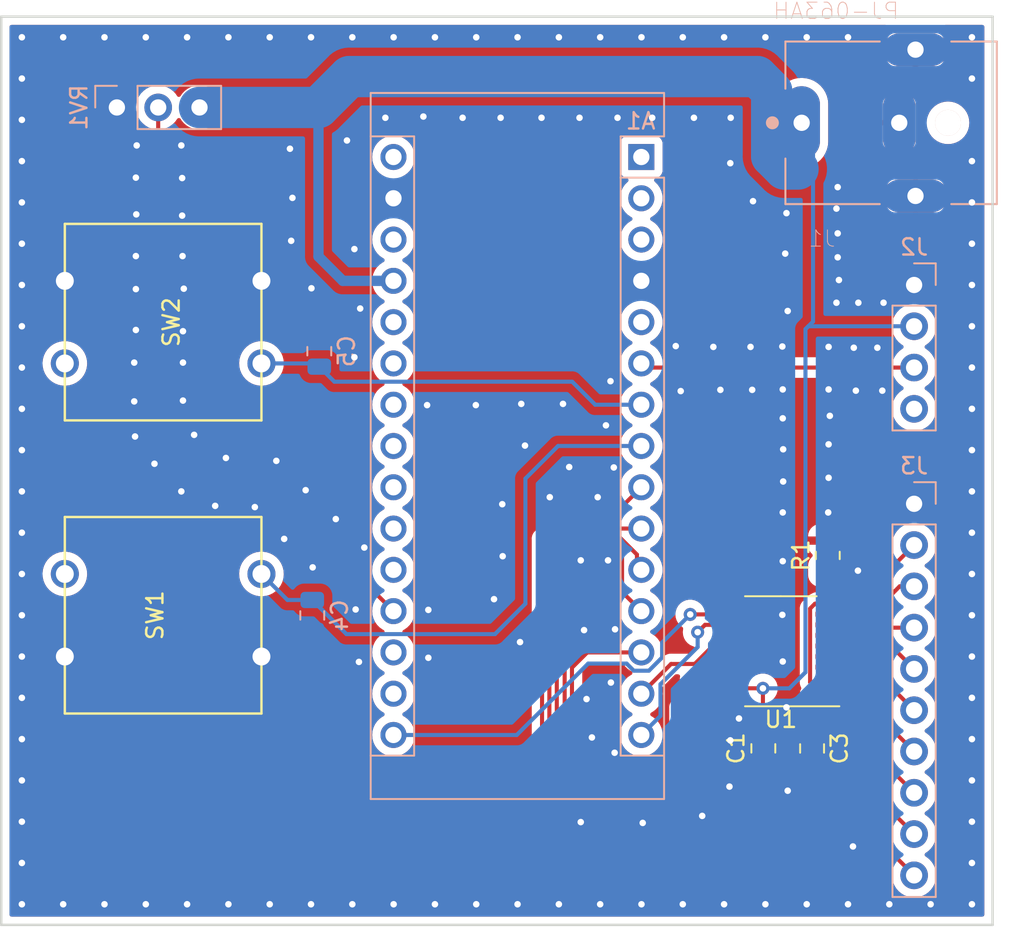
<source format=kicad_pcb>
(kicad_pcb (version 20211014) (generator pcbnew)
  (layers (0 "F.Cu" signal) (31 "B.Cu" signal) (34 "B.Paste" user) (35 "F.Paste" user) (36 "B.SilkS" user "B.Silkscreen") (37 "F.SilkS" user "F.Silkscreen") (38 "B.Mask" user) (39 "F.Mask" user) (44 "Edge.Cuts" user))
  (net 0 "")
  (net 1 "GND")
  (net 6 "Net-(A1-Pad6)")
  (net 7 "SW1")
  (net 8 "SW2")
  (net 9 "Net-(A1-Pad9)")
  (net 10 "Net-(A1-Pad10)")
  (net 11 "Net-(A1-Pad11)")
  (net 12 "Net-(A1-Pad12)")
  (net 13 "Net-(A1-Pad13)")
  (net 14 "Net-(A1-Pad14)")
  (net 15 "Net-(A1-Pad15)")
  (net 16 "Net-(A1-Pad16)")
  (net 19 "Net-(A1-Pad19)")
  (net 27 "+5V")
  (net 30 "Net-(C3-Pad1)")
  (net 32 "Net-(J3-Pad2)")
  (net 33 "Net-(J3-Pad3)")
  (net 34 "Net-(J3-Pad4)")
  (net 35 "Net-(J3-Pad5)")
  (net 36 "Net-(J3-Pad6)")
  (net 37 "Net-(J3-Pad7)")
  (net 38 "Net-(J3-Pad8)")
  (net 39 "Net-(J3-Pad9)")
  (footprint "Capacitor_SMD:C_0805_2012Metric" (layer "F.Cu") (at 153.543 116.139 90)
    (fp_text reference "C1" (at 0 -1.68 90) (layer "F.SilkS"))
    (fp_text value "0,1uF")
    (pad "1" smd roundrect (at -0.95 0 90) (size 1 1.45) (layers "F.Cu" "F.Paste" "F.Mask") (net 1 "GND"))
    (pad "2" smd roundrect (at 0.95 0 90) (size 1 1.45) (layers "F.Cu" "F.Paste" "F.Mask") (net 27 "+5V"))
  )
  (footprint "Capacitor_SMD:C_0805_2012Metric" (layer "F.Cu") (at 156.5402 116.144 -90)
    (fp_text reference "C3" (at 0 -1.68 90) (layer "F.SilkS"))
    (fp_text value "0,1uF")
    (pad "1" smd roundrect (at -0.95 0 270) (size 1 1.45) (layers "F.Cu" "F.Paste" "F.Mask") (net 30 "Net-(C3-Pad1)"))
    (pad "2" smd roundrect (at 0.95 0 270) (size 1 1.45) (layers "F.Cu" "F.Paste" "F.Mask") (net 1 "GND"))
  )
  (footprint "Package_SO:TSSOP-20_4.4x6.5mm_P0.65mm" (layer "F.Cu") (at 154.6175 110.165 180)
    (fp_text reference "U1" (at 0 -4.2) (layer "F.SilkS"))
    (fp_text value "TXS0108EPW")
    (pad "1" smd roundrect (at -2.8625 -2.925 180) (size 1.475 0.4) (layers "F.Cu" "F.Paste" "F.Mask") (net 39 "Net-(J3-Pad9)"))
    (pad "2" smd roundrect (at -2.8625 -2.275 180) (size 1.475 0.4) (layers "F.Cu" "F.Paste" "F.Mask") (net 30 "Net-(C3-Pad1)"))
    (pad "3" smd roundrect (at -2.8625 -1.625 180) (size 1.475 0.4) (layers "F.Cu" "F.Paste" "F.Mask") (net 38 "Net-(J3-Pad8)"))
    (pad "4" smd roundrect (at -2.8625 -0.975 180) (size 1.475 0.4) (layers "F.Cu" "F.Paste" "F.Mask") (net 37 "Net-(J3-Pad7)"))
    (pad "5" smd roundrect (at -2.8625 -0.325 180) (size 1.475 0.4) (layers "F.Cu" "F.Paste" "F.Mask") (net 36 "Net-(J3-Pad6)"))
    (pad "6" smd roundrect (at -2.8625 0.325 180) (size 1.475 0.4) (layers "F.Cu" "F.Paste" "F.Mask") (net 35 "Net-(J3-Pad5)"))
    (pad "7" smd roundrect (at -2.8625 0.975 180) (size 1.475 0.4) (layers "F.Cu" "F.Paste" "F.Mask") (net 34 "Net-(J3-Pad4)"))
    (pad "8" smd roundrect (at -2.8625 1.625 180) (size 1.475 0.4) (layers "F.Cu" "F.Paste" "F.Mask") (net 33 "Net-(J3-Pad3)"))
    (pad "9" smd roundrect (at -2.8625 2.275 180) (size 1.475 0.4) (layers "F.Cu" "F.Paste" "F.Mask") (net 32 "Net-(J3-Pad2)"))
    (pad "10" smd roundrect (at -2.8625 2.925 180) (size 1.475 0.4) (layers "F.Cu" "F.Paste" "F.Mask") (net 30 "Net-(C3-Pad1)"))
    (pad "11" smd roundrect (at 2.8625 2.925 180) (size 1.475 0.4) (layers "F.Cu" "F.Paste" "F.Mask") (net 1 "GND"))
    (pad "12" smd roundrect (at 2.8625 2.275 180) (size 1.475 0.4) (layers "F.Cu" "F.Paste" "F.Mask") (net 16 "Net-(A1-Pad16)"))
    (pad "13" smd roundrect (at 2.8625 1.625 180) (size 1.475 0.4) (layers "F.Cu" "F.Paste" "F.Mask") (net 15 "Net-(A1-Pad15)"))
    (pad "14" smd roundrect (at 2.8625 0.975 180) (size 1.475 0.4) (layers "F.Cu" "F.Paste" "F.Mask") (net 14 "Net-(A1-Pad14)"))
    (pad "15" smd roundrect (at 2.8625 0.325 180) (size 1.475 0.4) (layers "F.Cu" "F.Paste" "F.Mask") (net 13 "Net-(A1-Pad13)"))
    (pad "16" smd roundrect (at 2.8625 -0.325 180) (size 1.475 0.4) (layers "F.Cu" "F.Paste" "F.Mask") (net 12 "Net-(A1-Pad12)"))
    (pad "17" smd roundrect (at 2.8625 -0.975 180) (size 1.475 0.4) (layers "F.Cu" "F.Paste" "F.Mask") (net 11 "Net-(A1-Pad11)"))
    (pad "18" smd roundrect (at 2.8625 -1.625 180) (size 1.475 0.4) (layers "F.Cu" "F.Paste" "F.Mask") (net 10 "Net-(A1-Pad10)"))
    (pad "19" smd roundrect (at 2.8625 -2.275 180) (size 1.475 0.4) (layers "F.Cu" "F.Paste" "F.Mask") (net 27 "+5V"))
    (pad "20" smd roundrect (at 2.8625 -2.925 180) (size 1.475 0.4) (layers "F.Cu" "F.Paste" "F.Mask") (net 9 "Net-(A1-Pad9)"))
  )
  (footprint "kicad-ss-libs:Push Button 12x12mm" (layer "F.Cu") (at 116.6368 89.916 90)
    (fp_text reference "SW2" (at 0 0.5 90) (layer "F.SilkS"))
    (fp_text value "SW_Push_Dual")
    (pad "1" thru_hole circle (at -2.54 -6.0452 90) (size 1.724 1.724) (drill 1.1) (layers *.Cu *.Mask))
    (pad "2" thru_hole circle (at 2.54 -6.0452 90) (size 1.724 1.724) (drill 1.1) (layers *.Cu *.Mask) (net 1 "GND"))
    (pad "3" thru_hole circle (at -2.54 6.0452 90) (size 1.724 1.724) (drill 1.1) (layers *.Cu *.Mask) (net 8 "SW2"))
    (pad "4" thru_hole circle (at 2.54 6.0452 90) (size 1.724 1.724) (drill 1.1) (layers *.Cu *.Mask) (net 1 "GND"))
  )
  (footprint "Resistor_SMD:R_0805_2012Metric" (layer "F.Cu") (at 157.5054 104.2689 90)
    (fp_text reference "R1" (at 0 -1.65 90) (layer "F.SilkS"))
    (fp_text value "R")
    (pad "1" smd roundrect (at -0.9125 0 90) (size 1.025 1.4) (layers "F.Cu" "F.Paste" "F.Mask") (roundrect_rratio 0.243902) (net 30 "Net-(C3-Pad1)"))
    (pad "2" smd roundrect (at 0.9125 0 90) (size 1.025 1.4) (layers "F.Cu" "F.Paste" "F.Mask") (roundrect_rratio 0.243902) (net 1 "GND"))
  )
  (footprint "kicad-ss-libs:Push Button 12x12mm" (layer "F.Cu") (at 116.6368 107.95 -90)
    (fp_text reference "SW1" (at 0 0.5 90) (layer "F.SilkS"))
    (fp_text value "SW_Push_Dual")
    (pad "1" thru_hole circle (at -2.54 -6.0452 270) (size 1.724 1.724) (drill 1.1) (layers *.Cu *.Mask) (net 7 "SW1"))
    (pad "2" thru_hole circle (at 2.54 -6.0452 270) (size 1.724 1.724) (drill 1.1) (layers *.Cu *.Mask) (net 1 "GND"))
    (pad "3" thru_hole circle (at -2.54 6.0452 270) (size 1.724 1.724) (drill 1.1) (layers *.Cu *.Mask))
    (pad "4" thru_hole circle (at 2.54 6.0452 270) (size 1.724 1.724) (drill 1.1) (layers *.Cu *.Mask) (net 1 "GND"))
  )
  (footprint "Module:Arduino_Nano" (layer "B.Cu") (at 146.04 79.756 180)
    (fp_text reference "A1" (at 0.0408 2.2098) (layer "B.SilkS") (effects (justify mirror)))
    (fp_text value "Arduino_Nano_v3.x")
    (pad "1" thru_hole rect (at 0 0 180) (size 1.6 1.6) (drill 1) (layers *.Cu *.Mask))
    (pad "2" thru_hole oval (at 0 -2.54 180) (size 1.6 1.6) (drill 1) (layers *.Cu *.Mask))
    (pad "3" thru_hole oval (at 0 -5.08 180) (size 1.6 1.6) (drill 1) (layers *.Cu *.Mask))
    (pad "4" thru_hole oval (at 0 -7.62 180) (size 1.6 1.6) (drill 1) (layers *.Cu *.Mask) (net 1 "GND"))
    (pad "5" thru_hole oval (at 0 -10.16 180) (size 1.6 1.6) (drill 1) (layers *.Cu *.Mask))
    (pad "6" thru_hole oval (at 0 -12.7 180) (size 1.6 1.6) (drill 1) (layers *.Cu *.Mask) (net 6 "Net-(A1-Pad6)"))
    (pad "7" thru_hole oval (at 0 -15.24 180) (size 1.6 1.6) (drill 1) (layers *.Cu *.Mask) (net 8 "SW2"))
    (pad "8" thru_hole oval (at 0 -17.78 180) (size 1.6 1.6) (drill 1) (layers *.Cu *.Mask) (net 7 "SW1"))
    (pad "9" thru_hole oval (at 0 -20.32 180) (size 1.6 1.6) (drill 1) (layers *.Cu *.Mask) (net 9 "Net-(A1-Pad9)"))
    (pad "10" thru_hole oval (at 0 -22.86 180) (size 1.6 1.6) (drill 1) (layers *.Cu *.Mask) (net 10 "Net-(A1-Pad10)"))
    (pad "11" thru_hole oval (at 0 -25.4 180) (size 1.6 1.6) (drill 1) (layers *.Cu *.Mask) (net 11 "Net-(A1-Pad11)"))
    (pad "12" thru_hole oval (at 0 -27.94 180) (size 1.6 1.6) (drill 1) (layers *.Cu *.Mask) (net 12 "Net-(A1-Pad12)"))
    (pad "13" thru_hole oval (at 0 -30.48 180) (size 1.6 1.6) (drill 1) (layers *.Cu *.Mask) (net 13 "Net-(A1-Pad13)"))
    (pad "14" thru_hole oval (at 0 -33.02 180) (size 1.6 1.6) (drill 1) (layers *.Cu *.Mask) (net 14 "Net-(A1-Pad14)"))
    (pad "15" thru_hole oval (at 0 -35.56 180) (size 1.6 1.6) (drill 1) (layers *.Cu *.Mask) (net 15 "Net-(A1-Pad15)"))
    (pad "16" thru_hole oval (at 15.24 -35.56 180) (size 1.6 1.6) (drill 1) (layers *.Cu *.Mask) (net 16 "Net-(A1-Pad16)"))
    (pad "17" thru_hole oval (at 15.24 -33.02 180) (size 1.6 1.6) (drill 1) (layers *.Cu *.Mask))
    (pad "18" thru_hole oval (at 15.24 -30.48 180) (size 1.6 1.6) (drill 1) (layers *.Cu *.Mask))
    (pad "19" thru_hole oval (at 15.24 -27.94 180) (size 1.6 1.6) (drill 1) (layers *.Cu *.Mask) (net 19 "Net-(A1-Pad19)"))
    (pad "20" thru_hole oval (at 15.24 -25.4 180) (size 1.6 1.6) (drill 1) (layers *.Cu *.Mask))
    (pad "21" thru_hole oval (at 15.24 -22.86 180) (size 1.6 1.6) (drill 1) (layers *.Cu *.Mask))
    (pad "22" thru_hole oval (at 15.24 -20.32 180) (size 1.6 1.6) (drill 1) (layers *.Cu *.Mask))
    (pad "23" thru_hole oval (at 15.24 -17.78 180) (size 1.6 1.6) (drill 1) (layers *.Cu *.Mask))
    (pad "24" thru_hole oval (at 15.24 -15.24 180) (size 1.6 1.6) (drill 1) (layers *.Cu *.Mask))
    (pad "25" thru_hole oval (at 15.24 -12.7 180) (size 1.6 1.6) (drill 1) (layers *.Cu *.Mask))
    (pad "26" thru_hole oval (at 15.24 -10.16 180) (size 1.6 1.6) (drill 1) (layers *.Cu *.Mask))
    (pad "27" thru_hole oval (at 15.24 -7.62 180) (size 1.6 1.6) (drill 1) (layers *.Cu *.Mask) (net 27 "+5V"))
    (pad "28" thru_hole oval (at 15.24 -5.08 180) (size 1.6 1.6) (drill 1) (layers *.Cu *.Mask))
    (pad "29" thru_hole oval (at 15.24 -2.54 180) (size 1.6 1.6) (drill 1) (layers *.Cu *.Mask) (net 1 "GND"))
    (pad "30" thru_hole oval (at 15.24 0 180) (size 1.6 1.6) (drill 1) (layers *.Cu *.Mask))
  )
  (footprint "Connector_PinHeader_2.54mm:PinHeader_1x04_P2.54mm_Vertical" (layer "B.Cu") (at 162.814 87.63 180)
    (fp_text reference "J2" (at 0 2.33) (layer "B.SilkS") (effects (justify mirror)))
    (fp_text value "Conn_01x04_Male")
    (pad "1" thru_hole rect (at 0 0 180) (size 1.7 1.7) (drill 1) (layers *.Cu *.Mask) (net 1 "GND"))
    (pad "2" thru_hole oval (at 0 -2.54 180) (size 1.7 1.7) (drill 1) (layers *.Cu *.Mask) (net 27 "+5V"))
    (pad "3" thru_hole oval (at 0 -5.08 180) (size 1.7 1.7) (drill 1) (layers *.Cu *.Mask) (net 6 "Net-(A1-Pad6)"))
    (pad "4" thru_hole oval (at 0 -7.62 180) (size 1.7 1.7) (drill 1) (layers *.Cu *.Mask))
  )
  (footprint "kicad-ss-libs:CUI_PJ-063AH" (layer "B.Cu") (at 155.8999 77.652)
    (fp_text reference "J1" (at 1.25028 7.12664 180) (layer "B.SilkS") (effects (font (size 1.00023 1.00023) (thickness 0.05)) (justify mirror)))
    (fp_text value "PJ-063AH" (at 2.11485 -6.88157 180) (layer "B.SilkS") (effects (font (size 1.00183 1.00183) (thickness 0.05)) (justify mirror)))
    (fp_line (start -0.5 1.5) (end 0.5 1.5) (layer "Edge.Cuts") (width 0.001))
    (fp_line (start 8.25 -4) (end 8.25 -5) (layer "Edge.Cuts") (width 0.001))
    (fp_line (start 5.75 -5) (end 5.75 -4) (layer "Edge.Cuts") (width 0.001))
    (fp_line (start 5.75 -4) (end 8.25 -4) (layer "Edge.Cuts") (width 0.001))
    (fp_line (start 5.5 -1.15) (end 5.5 1.15) (layer "Edge.Cuts") (width 0.001))
    (fp_line (start -0.5 -1.5) (end -0.5 1.5) (layer "Edge.Cuts") (width 0.001))
    (fp_line (start 5.75 5) (end 8.25 5) (layer "Edge.Cuts") (width 0.001))
    (fp_line (start 8.25 4) (end 5.75 4) (layer "Edge.Cuts") (width 0.001))
    (fp_line (start 0.5 -1.5) (end -0.5 -1.5) (layer "Edge.Cuts") (width 0.001))
    (fp_line (start 5.5 1.15) (end 6.5 1.15) (layer "Edge.Cuts") (width 0.001))
    (fp_line (start 8.25 5) (end 8.25 4) (layer "Edge.Cuts") (width 0.001))
    (fp_line (start 0.5 1.5) (end 0.5 -1.5) (layer "Edge.Cuts") (width 0.001))
    (fp_line (start 6.5 1.15) (end 6.5 -1.15) (layer "Edge.Cuts") (width 0.001))
    (fp_line (start 8.25 -5) (end 5.75 -5) (layer "Edge.Cuts") (width 0.001))
    (fp_line (start 5.75 4) (end 5.75 5) (layer "Edge.Cuts") (width 0.001))
    (fp_line (start 6.5 -1.15) (end 5.5 -1.15) (layer "Edge.Cuts") (width 0.001))
    (pad "" np_thru_hole circle (at 9 0) (size 1.6 1.6) (drill 1.6) (layers *.Cu *.Mask "B.SilkS"))
    (pad "1" thru_hole oval (at 0 0 90) (size 4.5 2.25) (drill 1) (layers *.Cu *.Mask) (net 27 "+5V"))
    (pad "2" thru_hole oval (at 6 0 90) (size 4 2) (drill 1) (layers *.Cu *.Mask) (net 1 "GND"))
    (pad "S1" thru_hole oval (at 7 4.5) (size 4 2) (drill 1) (layers *.Cu *.Mask) (net 1 "GND"))
    (pad "S2" thru_hole oval (at 7 -4.5) (size 4 2) (drill 1) (layers *.Cu *.Mask) (net 1 "GND"))
  )
  (footprint "Capacitor_SMD:C_0805_2012Metric" (layer "B.Cu") (at 125.8062 107.9602 90)
    (fp_text reference "C4" (at 0 1.68 90) (layer "B.SilkS") (effects (justify mirror)))
    (fp_text value "1nF")
    (pad "1" smd roundrect (at -0.95 0 90) (size 1 1.45) (layers "B.Cu" "B.Paste" "B.Mask") (net 1 "GND"))
    (pad "2" smd roundrect (at 0.95 0 90) (size 1 1.45) (layers "B.Cu" "B.Paste" "B.Mask") (net 7 "SW1"))
  )
  (footprint "Capacitor_SMD:C_0805_2012Metric" (layer "B.Cu") (at 126.238 91.7042 90)
    (fp_text reference "C5" (at 0 1.68 90) (layer "B.SilkS") (effects (justify mirror)))
    (fp_text value "1nF")
    (pad "1" smd roundrect (at -0.95 0 90) (size 1 1.45) (layers "B.Cu" "B.Paste" "B.Mask") (net 8 "SW2"))
    (pad "2" smd roundrect (at 0.95 0 90) (size 1 1.45) (layers "B.Cu" "B.Paste" "B.Mask") (net 1 "GND"))
  )
  (footprint "Connector_PinHeader_2.54mm:PinHeader_1x10_P2.54mm_Vertical" (layer "B.Cu") (at 162.814 101.092 180)
    (fp_text reference "J3" (at 0 2.33) (layer "B.SilkS") (effects (justify mirror)))
    (fp_text value "Conn_01x10_Male")
    (pad "1" thru_hole rect (at 0 0 180) (size 1.7 1.7) (drill 1) (layers *.Cu *.Mask) (net 1 "GND"))
    (pad "2" thru_hole oval (at 0 -2.54 180) (size 1.7 1.7) (drill 1) (layers *.Cu *.Mask) (net 32 "Net-(J3-Pad2)"))
    (pad "3" thru_hole oval (at 0 -5.08 180) (size 1.7 1.7) (drill 1) (layers *.Cu *.Mask) (net 33 "Net-(J3-Pad3)"))
    (pad "4" thru_hole oval (at 0 -7.62 180) (size 1.7 1.7) (drill 1) (layers *.Cu *.Mask) (net 34 "Net-(J3-Pad4)"))
    (pad "5" thru_hole oval (at 0 -10.16 180) (size 1.7 1.7) (drill 1) (layers *.Cu *.Mask) (net 35 "Net-(J3-Pad5)"))
    (pad "6" thru_hole oval (at 0 -12.7 180) (size 1.7 1.7) (drill 1) (layers *.Cu *.Mask) (net 36 "Net-(J3-Pad6)"))
    (pad "7" thru_hole oval (at 0 -15.24 180) (size 1.7 1.7) (drill 1) (layers *.Cu *.Mask) (net 37 "Net-(J3-Pad7)"))
    (pad "8" thru_hole oval (at 0 -17.78 180) (size 1.7 1.7) (drill 1) (layers *.Cu *.Mask) (net 38 "Net-(J3-Pad8)"))
    (pad "9" thru_hole oval (at 0 -20.32 180) (size 1.7 1.7) (drill 1) (layers *.Cu *.Mask) (net 39 "Net-(J3-Pad9)"))
    (pad "10" thru_hole oval (at 0 -22.86 180) (size 1.7 1.7) (drill 1) (layers *.Cu *.Mask) (net 30 "Net-(C3-Pad1)"))
  )
  (footprint "Connector_PinHeader_2.54mm:PinHeader_1x03_P2.54mm_Vertical" (layer "B.Cu") (at 113.792 76.708 -90)
    (fp_text reference "RV1" (at 0 2.33 90) (layer "B.SilkS") (effects (justify mirror)))
    (fp_text value "R_Potentiometer")
    (pad "1" thru_hole rect (at 0 0 270) (size 1.7 1.7) (drill 1) (layers *.Cu *.Mask) (net 1 "GND"))
    (pad "2" thru_hole oval (at 0 -2.54 270) (size 1.7 1.7) (drill 1) (layers *.Cu *.Mask) (net 19 "Net-(A1-Pad19)"))
    (pad "3" thru_hole oval (at 0 -5.08 270) (size 1.7 1.7) (drill 1) (layers *.Cu *.Mask) (net 27 "+5V"))
  )
  (gr_line (start 106.68 71.12) (end 167.64 71.12) (layer "Edge.Cuts") (width 0.15))
  (gr_line (start 167.64 71.12) (end 167.64 127) (layer "Edge.Cuts") (width 0.15))
  (gr_line (start 106.68 127) (end 106.68 71.12) (layer "Edge.Cuts") (width 0.15))
  (gr_line (start 167.64 127) (end 106.68 127) (layer "Edge.Cuts") (width 0.15))
  (via (at 117.856 92.4052) (size 0.8) (drill 0.4) (layers "F.Cu" "B.Cu") (net 1))
  (via (at 166.37 80.01) (size 0.8) (drill 0.4) (layers "F.Cu" "B.Cu") (net 1))
  (via (at 160.9344 88.7222) (size 0.8) (drill 0.4) (layers "F.Cu" "B.Cu") (net 1))
  (via (at 144.3482 98.8568) (size 0.8) (drill 0.4) (layers "F.Cu" "B.Cu") (net 1))
  (via (at 128.6764 110.8202) (size 0.8) (drill 0.4) (layers "F.Cu" "B.Cu") (net 1))
  (via (at 123.19 125.73) (size 0.8) (drill 0.4) (layers "F.Cu" "B.Cu") (net 1))
  (via (at 166.37 85.09) (size 0.8) (drill 0.4) (layers "F.Cu" "B.Cu") (net 1))
  (via (at 158.1912 87.3252) (size 0.8) (drill 0.4) (layers "F.Cu" "B.Cu") (net 1))
  (via (at 157.5308 101.6254) (size 0.8) (drill 0.4) (layers "F.Cu" "B.Cu") (net 1))
  (via (at 107.95 87.63) (size 0.8) (drill 0.4) (layers "F.Cu" "B.Cu") (net 1))
  (via (at 132.8674 95.0214) (size 0.8) (drill 0.4) (layers "F.Cu" "B.Cu") (net 1))
  (via (at 137.5156 104.3178) (size 0.8) (drill 0.4) (layers "F.Cu" "B.Cu") (net 1))
  (via (at 115.0112 79.0448) (size 0.8) (drill 0.4) (layers "F.Cu" "B.Cu") (net 1))
  (via (at 128.27 72.39) (size 0.8) (drill 0.4) (layers "F.Cu" "B.Cu") (net 1))
  (via (at 142.5194 108.8644) (size 0.8) (drill 0.4) (layers "F.Cu" "B.Cu") (net 1))
  (via (at 125.73 125.73) (size 0.8) (drill 0.4) (layers "F.Cu" "B.Cu") (net 1))
  (via (at 143.002 115.4684) (size 0.8) (drill 0.4) (layers "F.Cu" "B.Cu") (net 1))
  (via (at 133.35 125.73) (size 0.8) (drill 0.4) (layers "F.Cu" "B.Cu") (net 1))
  (via (at 146.05 125.73) (size 0.8) (drill 0.4) (layers "F.Cu" "B.Cu") (net 1))
  (via (at 154.7368 104.6226) (size 0.8) (drill 0.4) (layers "F.Cu" "B.Cu") (net 1))
  (via (at 154.7368 94.0562) (size 0.8) (drill 0.4) (layers "F.Cu" "B.Cu") (net 1))
  (via (at 137.4902 101.1174) (size 0.8) (drill 0.4) (layers "F.Cu" "B.Cu") (net 1))
  (via (at 166.37 95.25) (size 0.8) (drill 0.4) (layers "F.Cu" "B.Cu") (net 1))
  (via (at 144.5768 77.343) (size 0.8) (drill 0.4) (layers "F.Cu" "B.Cu") (net 1))
  (via (at 150.9014 94.0816) (size 0.8) (drill 0.4) (layers "F.Cu" "B.Cu") (net 1))
  (via (at 124.4346 79.248) (size 0.8) (drill 0.4) (layers "F.Cu" "B.Cu") (net 1))
  (via (at 166.37 92.71) (size 0.8) (drill 0.4) (layers "F.Cu" "B.Cu") (net 1))
  (via (at 107.95 113.03) (size 0.8) (drill 0.4) (layers "F.Cu" "B.Cu") (net 1))
  (via (at 132.9436 107.6198) (size 0.8) (drill 0.4) (layers "F.Cu" "B.Cu") (net 1))
  (via (at 140.4112 100.6856) (size 0.8) (drill 0.4) (layers "F.Cu" "B.Cu") (net 1))
  (via (at 154.7114 107.9246) (size 0.8) (drill 0.4) (layers "F.Cu" "B.Cu") (net 1))
  (via (at 125.7554 87.8332) (size 0.8) (drill 0.4) (layers "F.Cu" "B.Cu") (net 1))
  (via (at 107.95 72.39) (size 0.8) (drill 0.4) (layers "F.Cu" "B.Cu") (net 1))
  (via (at 151.4602 118.491) (size 0.8) (drill 0.4) (layers "F.Cu" "B.Cu") (net 1))
  (via (at 140.97 125.73) (size 0.8) (drill 0.4) (layers "F.Cu" "B.Cu") (net 1))
  (via (at 150.4696 91.44) (size 0.8) (drill 0.4) (layers "F.Cu" "B.Cu") (net 1))
  (via (at 153.67 72.39) (size 0.8) (drill 0.4) (layers "F.Cu" "B.Cu") (net 1))
  (via (at 158.75 72.39) (size 0.8) (drill 0.4) (layers "F.Cu" "B.Cu") (net 1))
  (via (at 159.3596 105.2068) (size 0.8) (drill 0.4) (layers "F.Cu" "B.Cu") (net 1))
  (via (at 154.7368 110.7948) (size 0.8) (drill 0.4) (layers "F.Cu" "B.Cu") (net 1))
  (via (at 156.21 72.39) (size 0.8) (drill 0.4) (layers "F.Cu" "B.Cu") (net 1))
  (via (at 152.8572 94.0816) (size 0.8) (drill 0.4) (layers "F.Cu" "B.Cu") (net 1))
  (via (at 120.65 72.39) (size 0.8) (drill 0.4) (layers "F.Cu" "B.Cu") (net 1))
  (via (at 107.95 80.01) (size 0.8) (drill 0.4) (layers "F.Cu" "B.Cu") (net 1))
  (via (at 107.95 100.33) (size 0.8) (drill 0.4) (layers "F.Cu" "B.Cu") (net 1))
  (via (at 127.254 102.0318) (size 0.8) (drill 0.4) (layers "F.Cu" "B.Cu") (net 1))
  (via (at 107.95 85.09) (size 0.8) (drill 0.4) (layers "F.Cu" "B.Cu") (net 1))
  (via (at 143.51 125.73) (size 0.8) (drill 0.4) (layers "F.Cu" "B.Cu") (net 1))
  (via (at 130.302 77.343) (size 0.8) (drill 0.4) (layers "F.Cu" "B.Cu") (net 1))
  (via (at 157.5562 97.4344) (size 0.8) (drill 0.4) (layers "F.Cu" "B.Cu") (net 1))
  (via (at 107.95 82.55) (size 0.8) (drill 0.4) (layers "F.Cu" "B.Cu") (net 1))
  (via (at 157.5562 99.4918) (size 0.8) (drill 0.4) (layers "F.Cu" "B.Cu") (net 1))
  (via (at 151.5364 77.343) (size 0.8) (drill 0.4) (layers "F.Cu" "B.Cu") (net 1))
  (via (at 125.73 72.39) (size 0.8) (drill 0.4) (layers "F.Cu" "B.Cu") (net 1))
  (via (at 118.5418 96.8502) (size 0.8) (drill 0.4) (layers "F.Cu" "B.Cu") (net 1))
  (via (at 166.37 125.73) (size 0.8) (drill 0.4) (layers "F.Cu" "B.Cu") (net 1))
  (via (at 155.0416 118.745) (size 0.8) (drill 0.4) (layers "F.Cu" "B.Cu") (net 1))
  (via (at 114.9096 96.9518) (size 0.8) (drill 0.4) (layers "F.Cu" "B.Cu") (net 1))
  (via (at 148.1582 91.3892) (size 0.8) (drill 0.4) (layers "F.Cu" "B.Cu") (net 1))
  (via (at 166.37 115.57) (size 0.8) (drill 0.4) (layers "F.Cu" "B.Cu") (net 1))
  (via (at 117.8052 81.0514) (size 0.8) (drill 0.4) (layers "F.Cu" "B.Cu") (net 1))
  (via (at 148.463 94.1578) (size 0.8) (drill 0.4) (layers "F.Cu" "B.Cu") (net 1))
  (via (at 117.8306 85.852) (size 0.8) (drill 0.4) (layers "F.Cu" "B.Cu") (net 1))
  (via (at 135.89 125.73) (size 0.8) (drill 0.4) (layers "F.Cu" "B.Cu") (net 1))
  (via (at 132.9436 110.5662) (size 0.8) (drill 0.4) (layers "F.Cu" "B.Cu") (net 1))
  (via (at 114.9604 87.884) (size 0.8) (drill 0.4) (layers "F.Cu" "B.Cu") (net 1))
  (via (at 117.8052 83.3628) (size 0.8) (drill 0.4) (layers "F.Cu" "B.Cu") (net 1))
  (via (at 138.5824 109.601) (size 0.8) (drill 0.4) (layers "F.Cu" "B.Cu") (net 1))
  (via (at 144.145 93.5482) (size 0.8) (drill 0.4) (layers "F.Cu" "B.Cu") (net 1))
  (via (at 148.59 125.73) (size 0.8) (drill 0.4) (layers "F.Cu" "B.Cu") (net 1))
  (via (at 123.19 72.39) (size 0.8) (drill 0.4) (layers "F.Cu" "B.Cu") (net 1))
  (via (at 128.27 125.73) (size 0.8) (drill 0.4) (layers "F.Cu" "B.Cu") (net 1))
  (via (at 119.8372 101.219) (size 0.8) (drill 0.4) (layers "F.Cu" "B.Cu") (net 1))
  (via (at 120.4976 98.2726) (size 0.8) (drill 0.4) (layers "F.Cu" "B.Cu") (net 1))
  (via (at 143.8656 96.266) (size 0.8) (drill 0.4) (layers "F.Cu" "B.Cu") (net 1))
  (via (at 115.57 72.39) (size 0.8) (drill 0.4) (layers "F.Cu" "B.Cu") (net 1))
  (via (at 118.11 72.39) (size 0.8) (drill 0.4) (layers "F.Cu" "B.Cu") (net 1))
  (via (at 129.0066 103.7844) (size 0.8) (drill 0.4) (layers "F.Cu" "B.Cu") (net 1))
  (via (at 166.37 113.03) (size 0.8) (drill 0.4) (layers "F.Cu" "B.Cu") (net 1))
  (via (at 124.5108 84.9122) (size 0.8) (drill 0.4) (layers "F.Cu" "B.Cu") (net 1))
  (via (at 160.8582 94.1324) (size 0.8) (drill 0.4) (layers "F.Cu" "B.Cu") (net 1))
  (via (at 107.95 77.47) (size 0.8) (drill 0.4) (layers "F.Cu" "B.Cu") (net 1))
  (via (at 154.7114 91.4146) (size 0.8) (drill 0.4) (layers "F.Cu" "B.Cu") (net 1))
  (via (at 138.43 125.73) (size 0.8) (drill 0.4) (layers "F.Cu" "B.Cu") (net 1))
  (via (at 154.7622 97.7392) (size 0.8) (drill 0.4) (layers "F.Cu" "B.Cu") (net 1))
  (via (at 149.7838 120.2944) (size 0.8) (drill 0.4) (layers "F.Cu" "B.Cu") (net 1))
  (via (at 151.511 80.137) (size 0.8) (drill 0.4) (layers "F.Cu" "B.Cu") (net 1))
  (via (at 120.65 125.73) (size 0.8) (drill 0.4) (layers "F.Cu" "B.Cu") (net 1))
  (via (at 107.95 95.25) (size 0.8) (drill 0.4) (layers "F.Cu" "B.Cu") (net 1))
  (via (at 107.95 125.73) (size 0.8) (drill 0.4) (layers "F.Cu" "B.Cu") (net 1))
  (via (at 161.29 125.73) (size 0.8) (drill 0.4) (layers "F.Cu" "B.Cu") (net 1))
  (via (at 117.7544 100.33) (size 0.8) (drill 0.4) (layers "F.Cu" "B.Cu") (net 1))
  (via (at 166.37 87.63) (size 0.8) (drill 0.4) (layers "F.Cu" "B.Cu") (net 1))
  (via (at 107.95 115.57) (size 0.8) (drill 0.4) (layers "F.Cu" "B.Cu") (net 1))
  (via (at 146.7104 77.343) (size 0.8) (drill 0.4) (layers "F.Cu" "B.Cu") (net 1))
  (via (at 151.13 125.73) (size 0.8) (drill 0.4) (layers "F.Cu" "B.Cu") (net 1))
  (via (at 125.8316 105.0036) (size 0.8) (drill 0.4) (layers "F.Cu" "B.Cu") (net 1))
  (via (at 123.5964 98.4504) (size 0.8) (drill 0.4) (layers "F.Cu" "B.Cu") (net 1))
  (via (at 139.9032 77.343) (size 0.8) (drill 0.4) (layers "F.Cu" "B.Cu") (net 1))
  (via (at 151.13 72.39) (size 0.8) (drill 0.4) (layers "F.Cu" "B.Cu") (net 1))
  (via (at 107.95 105.41) (size 0.8) (drill 0.4) (layers "F.Cu" "B.Cu") (net 1))
  (via (at 107.95 102.87) (size 0.8) (drill 0.4) (layers "F.Cu" "B.Cu") (net 1))
  (via (at 154.7368 101.6254) (size 0.8) (drill 0.4) (layers "F.Cu" "B.Cu") (net 1))
  (via (at 159.1056 91.4908) (size 0.8) (drill 0.4) (layers "F.Cu" "B.Cu") (net 1))
  (via (at 124.079 103.251) (size 0.8) (drill 0.4) (layers "F.Cu" "B.Cu") (net 1))
  (via (at 115.57 125.73) (size 0.8) (drill 0.4) (layers "F.Cu" "B.Cu") (net 1))
  (via (at 142.3162 104.5718) (size 0.8) (drill 0.4) (layers "F.Cu" "B.Cu") (net 1))
  (via (at 107.95 118.11) (size 0.8) (drill 0.4) (layers "F.Cu" "B.Cu") (net 1))
  (via (at 107.95 123.19) (size 0.8) (drill 0.4) (layers "F.Cu" "B.Cu") (net 1))
  (via (at 136.9822 106.9594) (size 0.8) (drill 0.4) (layers "F.Cu" "B.Cu") (net 1))
  (via (at 113.03 72.39) (size 0.8) (drill 0.4) (layers "F.Cu" "B.Cu") (net 1))
  (via (at 130.81 72.39) (size 0.8) (drill 0.4) (layers "F.Cu" "B.Cu") (net 1))
  (via (at 107.95 97.79) (size 0.8) (drill 0.4) (layers "F.Cu" "B.Cu") (net 1))
  (via (at 107.95 120.65) (size 0.8) (drill 0.4) (layers "F.Cu" "B.Cu") (net 1))
  (via (at 144.399 116.4082) (size 0.8) (drill 0.4) (layers "F.Cu" "B.Cu") (net 1))
  (via (at 152.0444 114.3) (size 0.8) (drill 0.4) (layers "F.Cu" "B.Cu") (net 1))
  (via (at 133.35 72.39) (size 0.8) (drill 0.4) (layers "F.Cu" "B.Cu") (net 1))
  (via (at 110.49 72.39) (size 0.8) (drill 0.4) (layers "F.Cu" "B.Cu") (net 1))
  (via (at 142.3162 120.6754) (size 0.8) (drill 0.4) (layers "F.Cu" "B.Cu") (net 1))
  (via (at 152.908 82.4738) (size 0.8) (drill 0.4) (layers "F.Cu" "B.Cu") (net 1))
  (via (at 114.9604 85.852) (size 0.8) (drill 0.4) (layers "F.Cu" "B.Cu") (net 1))
  (via (at 166.37 100.33) (size 0.8) (drill 0.4) (layers "F.Cu" "B.Cu") (net 1))
  (via (at 154.9654 113.6142) (size 0.8) (drill 0.4) (layers "F.Cu" "B.Cu") (net 1))
  (via (at 138.8872 97.5106) (size 0.8) (drill 0.4) (layers "F.Cu" "B.Cu") (net 1))
  (via (at 128.397 92.075) (size 0.8) (drill 0.4) (layers "F.Cu" "B.Cu") (net 1))
  (via (at 122.2756 101.2952) (size 0.8) (drill 0.4) (layers "F.Cu" "B.Cu") (net 1))
  (via (at 158.0388 82.931) (size 0.8) (drill 0.4) (layers "F.Cu" "B.Cu") (net 1))
  (via (at 151.511 115.6462) (size 0.8) (drill 0.4) (layers "F.Cu" "B.Cu") (net 1))
  (via (at 117.856 94.742) (size 0.8) (drill 0.4) (layers "F.Cu" "B.Cu") (net 1))
  (via (at 157.5562 94.0562) (size 0.8) (drill 0.4) (layers "F.Cu" "B.Cu") (net 1))
  (via (at 146.1262 120.7262) (size 0.8) (drill 0.4) (layers "F.Cu" "B.Cu") (net 1))
  (via (at 143.3576 100.6856) (size 0.8) (drill 0.4) (layers "F.Cu" "B.Cu") (net 1))
  (via (at 166.37 72.39) (size 0.8) (drill 0.4) (layers "F.Cu" "B.Cu") (net 1))
  (via (at 114.9604 90.3986) (size 0.8) (drill 0.4) (layers "F.Cu" "B.Cu") (net 1))
  (via (at 148.59 72.39) (size 0.8) (drill 0.4) (layers "F.Cu" "B.Cu") (net 1))
  (via (at 141.605 98.8314) (size 0.8) (drill 0.4) (layers "F.Cu" "B.Cu") (net 1))
  (via (at 158.115 85.9282) (size 0.8) (drill 0.4) (layers "F.Cu" "B.Cu") (net 1))
  (via (at 107.95 90.17) (size 0.8) (drill 0.4) (layers "F.Cu" "B.Cu") (net 1))
  (via (at 154.9654 83.2104) (size 0.8) (drill 0.4) (layers "F.Cu" "B.Cu") (net 1))
  (via (at 135.0518 77.343) (size 0.8) (drill 0.4) (layers "F.Cu" "B.Cu") (net 1))
  (via (at 141.224 94.9452) (size 0.8) (drill 0.4) (layers "F.Cu" "B.Cu") (net 1))
  (via (at 158.115 81.6102) (size 0.8) (drill 0.4) (layers "F.Cu" "B.Cu") (net 1))
  (via (at 128.4732 107.5944) (size 0.8) (drill 0.4) (layers "F.Cu" "B.Cu") (net 1))
  (via (at 157.5562 91.44) (size 0.8) (drill 0.4) (layers "F.Cu" "B.Cu") (net 1))
  (via (at 157.6324 95.6818) (size 0.8) (drill 0.4) (layers "F.Cu" "B.Cu") (net 1))
  (via (at 166.37 118.11) (size 0.8) (drill 0.4) (layers "F.Cu" "B.Cu") (net 1))
  (via (at 137.3886 77.343) (size 0.8) (drill 0.4) (layers "F.Cu" "B.Cu") (net 1))
  (via (at 149.2758 77.343) (size 0.8) (drill 0.4) (layers "F.Cu" "B.Cu") (net 1))
  (via (at 166.37 82.55) (size 0.8) (drill 0.4) (layers "F.Cu" "B.Cu") (net 1))
  (via (at 107.95 107.95) (size 0.8) (drill 0.4) (layers "F.Cu" "B.Cu") (net 1))
  (via (at 154.7622 99.7204) (size 0.8) (drill 0.4) (layers "F.Cu" "B.Cu") (net 1))
  (via (at 166.37 74.93) (size 0.8) (drill 0.4) (layers "F.Cu" "B.Cu") (net 1))
  (via (at 163.83 125.73) (size 0.8) (drill 0.4) (layers "F.Cu" "B.Cu") (net 1))
  (via (at 117.7544 79.0448) (size 0.8) (drill 0.4) (layers "F.Cu" "B.Cu") (net 1))
  (via (at 114.9858 83.2866) (size 0.8) (drill 0.4) (layers "F.Cu" "B.Cu") (net 1))
  (via (at 127.9398 78.74) (size 0.8) (drill 0.4) (layers "F.Cu" "B.Cu") (net 1))
  (via (at 138.43 72.39) (size 0.8) (drill 0.4) (layers "F.Cu" "B.Cu") (net 1))
  (via (at 125.3998 100.2538) (size 0.8) (drill 0.4) (layers "F.Cu" "B.Cu") (net 1))
  (via (at 159.385 88.7222) (size 0.8) (drill 0.4) (layers "F.Cu" "B.Cu") (net 1))
  (via (at 132.6388 77.2668) (size 0.8) (drill 0.4) (layers "F.Cu" "B.Cu") (net 1))
  (via (at 117.9068 87.8586) (size 0.8) (drill 0.4) (layers "F.Cu" "B.Cu") (net 1))
  (via (at 140.97 72.39) (size 0.8) (drill 0.4) (layers "F.Cu" "B.Cu") (net 1))
  (via (at 113.03 125.73) (size 0.8) (drill 0.4) (layers "F.Cu" "B.Cu") (net 1))
  (via (at 144.1704 112.0902) (size 0.8) (drill 0.4) (layers "F.Cu" "B.Cu") (net 1))
  (via (at 116.1034 98.6282) (size 0.8) (drill 0.4) (layers "F.Cu" "B.Cu") (net 1))
  (via (at 110.49 125.73) (size 0.8) (drill 0.4) (layers "F.Cu" "B.Cu") (net 1))
  (via (at 144.4244 108.8136) (size 0.8) (drill 0.4) (layers "F.Cu" "B.Cu") (net 1))
  (via (at 166.37 90.17) (size 0.8) (drill 0.4) (layers "F.Cu" "B.Cu") (net 1))
  (via (at 135.89 72.39) (size 0.8) (drill 0.4) (layers "F.Cu" "B.Cu") (net 1))
  (via (at 138.6586 94.9452) (size 0.8) (drill 0.4) (layers "F.Cu" "B.Cu") (net 1))
  (via (at 166.37 107.95) (size 0.8) (drill 0.4) (layers "F.Cu" "B.Cu") (net 1))
  (via (at 128.7526 89.0778) (size 0.8) (drill 0.4) (layers "F.Cu" "B.Cu") (net 1))
  (via (at 114.9604 81.026) (size 0.8) (drill 0.4) (layers "F.Cu" "B.Cu") (net 1))
  (via (at 166.37 97.79) (size 0.8) (drill 0.4) (layers "F.Cu" "B.Cu") (net 1))
  (via (at 114.8588 94.7928) (size 0.8) (drill 0.4) (layers "F.Cu" "B.Cu") (net 1))
  (via (at 158.115 84.455) (size 0.8) (drill 0.4) (layers "F.Cu" "B.Cu") (net 1))
  (via (at 146.05 72.39) (size 0.8) (drill 0.4) (layers "F.Cu" "B.Cu") (net 1))
  (via (at 107.95 110.49) (size 0.8) (drill 0.4) (layers "F.Cu" "B.Cu") (net 1))
  (via (at 142.24 77.343) (size 0.8) (drill 0.4) (layers "F.Cu" "B.Cu") (net 1))
  (via (at 130.81 125.73) (size 0.8) (drill 0.4) (layers "F.Cu" "B.Cu") (net 1))
  (via (at 158.0388 88.7222) (size 0.8) (drill 0.4) (layers "F.Cu" "B.Cu") (net 1))
  (via (at 114.8588 92.4052) (size 0.8) (drill 0.4) (layers "F.Cu" "B.Cu") (net 1))
  (via (at 118.11 125.73) (size 0.8) (drill 0.4) (layers "F.Cu" "B.Cu") (net 1))
  (via (at 166.37 120.65) (size 0.8) (drill 0.4) (layers "F.Cu" "B.Cu") (net 1))
  (via (at 166.37 102.87) (size 0.8) (drill 0.4) (layers "F.Cu" "B.Cu") (net 1))
  (via (at 156.21 125.73) (size 0.8) (drill 0.4) (layers "F.Cu" "B.Cu") (net 1))
  (via (at 142.6718 113.1062) (size 0.8) (drill 0.4) (layers "F.Cu" "B.Cu") (net 1))
  (via (at 107.95 92.71) (size 0.8) (drill 0.4) (layers "F.Cu" "B.Cu") (net 1))
  (via (at 154.8892 85.6996) (size 0.8) (drill 0.4) (layers "F.Cu" "B.Cu") (net 1))
  (via (at 166.37 123.19) (size 0.8) (drill 0.4) (layers "F.Cu" "B.Cu") (net 1))
  (via (at 159.2326 94.1324) (size 0.8) (drill 0.4) (layers "F.Cu" "B.Cu") (net 1))
  (via (at 135.8646 95.0214) (size 0.8) (drill 0.4) (layers "F.Cu" "B.Cu") (net 1))
  (via (at 143.9926 104.5718) (size 0.8) (drill 0.4) (layers "F.Cu" "B.Cu") (net 1))
  (via (at 158.75 125.73) (size 0.8) (drill 0.4) (layers "F.Cu" "B.Cu") (net 1))
  (via (at 124.587 82.2706) (size 0.8) (drill 0.4) (layers "F.Cu" "B.Cu") (net 1))
  (via (at 128.397 85.4202) (size 0.8) (drill 0.4) (layers "F.Cu" "B.Cu") (net 1))
  (via (at 166.37 105.41) (size 0.8) (drill 0.4) (layers "F.Cu" "B.Cu") (net 1))
  (via (at 155.0416 89.2302) (size 0.8) (drill 0.4) (layers "F.Cu" "B.Cu") (net 1))
  (via (at 107.95 74.93) (size 0.8) (drill 0.4) (layers "F.Cu" "B.Cu") (net 1))
  (via (at 166.37 110.49) (size 0.8) (drill 0.4) (layers "F.Cu" "B.Cu") (net 1))
  (via (at 143.51 72.39) (size 0.8) (drill 0.4) (layers "F.Cu" "B.Cu") (net 1))
  (via (at 159.0548 122.174) (size 0.8) (drill 0.4) (layers "F.Cu" "B.Cu") (net 1))
  (via (at 117.856 90.4748) (size 0.8) (drill 0.4) (layers "F.Cu" "B.Cu") (net 1))
  (via (at 160.5534 91.4908) (size 0.8) (drill 0.4) (layers "F.Cu" "B.Cu") (net 1))
  (via (at 152.7556 91.44) (size 0.8) (drill 0.4) (layers "F.Cu" "B.Cu") (net 1))
  (via (at 154.7368 95.8342) (size 0.8) (drill 0.4) (layers "F.Cu" "B.Cu") (net 1))
  (via (at 153.67 125.73) (size 0.8) (drill 0.4) (layers "F.Cu" "B.Cu") (net 1))
  (segment (start 146.294 92.71) (end 146.04 92.456) (width 0.25) (layer "F.Cu") (net 6))
  (segment (start 162.814 92.71) (end 146.294 92.71) (width 0.25) (layer "F.Cu") (net 6))
  (segment (start 125.8062 107.0102) (end 127.907489 109.111489) (width 0.25) (layer "B.Cu") (net 7))
  (segment (start 138.9126 107.2388) (end 138.9126 99.5426) (width 0.25) (layer "B.Cu") (net 7))
  (segment (start 140.9192 97.536) (end 146.04 97.536) (width 0.25) (layer "B.Cu") (net 7))
  (segment (start 122.682 105.41) (end 124.2822 107.0102) (width 0.25) (layer "B.Cu") (net 7))
  (segment (start 124.2822 107.0102) (end 125.8062 107.0102) (width 0.25) (layer "B.Cu") (net 7))
  (segment (start 137.039911 109.111489) (end 138.9126 107.2388) (width 0.25) (layer "B.Cu") (net 7))
  (segment (start 127.907489 109.111489) (end 137.039911 109.111489) (width 0.25) (layer "B.Cu") (net 7))
  (segment (start 138.9126 99.5426) (end 140.9192 97.536) (width 0.25) (layer "B.Cu") (net 7))
  (segment (start 141.789711 93.580511) (end 143.2052 94.996) (width 0.25) (layer "B.Cu") (net 8))
  (segment (start 122.682 92.456) (end 126.0398 92.456) (width 0.25) (layer "B.Cu") (net 8))
  (segment (start 127.164311 93.580511) (end 141.789711 93.580511) (width 0.25) (layer "B.Cu") (net 8))
  (segment (start 126.0398 92.456) (end 126.238 92.6542) (width 0.25) (layer "B.Cu") (net 8))
  (segment (start 126.238 92.6542) (end 127.164311 93.580511) (width 0.25) (layer "B.Cu") (net 8))
  (segment (start 143.2052 94.996) (end 146.04 94.996) (width 0.25) (layer "B.Cu") (net 8))
  (segment (start 139.93628 103.242602) (end 141.012402 102.16648) (width 0.25) (layer "F.Cu") (net 9))
  (segment (start 150.1902 114.6548) (end 150.1902 118.1354) (width 0.25) (layer "F.Cu") (net 9))
  (segment (start 143.94952 102.16648) (end 146.04 100.076) (width 0.25) (layer "F.Cu") (net 9))
  (segment (start 142.620282 119.507) (end 139.93628 116.822997) (width 0.25) (layer "F.Cu") (net 9))
  (segment (start 151.755 113.09) (end 150.1902 114.6548) (width 0.25) (layer "F.Cu") (net 9))
  (segment (start 150.1902 118.1354) (end 148.8186 119.507) (width 0.25) (layer "F.Cu") (net 9))
  (segment (start 141.012402 102.16648) (end 143.94952 102.16648) (width 0.25) (layer "F.Cu") (net 9))
  (segment (start 139.93628 116.822997) (end 139.93628 103.242602) (width 0.25) (layer "F.Cu") (net 9))
  (segment (start 148.8186 119.507) (end 142.620282 119.507) (width 0.25) (layer "F.Cu") (net 9))
  (segment (start 140.3858 116.6368) (end 142.80648 119.05748) (width 0.25) (layer "F.Cu") (net 10))
  (segment (start 150.3934 113.6904) (end 150.3934 112.463739) (width 0.25) (layer "F.Cu") (net 10))
  (segment (start 149.74068 117.87372) (end 149.74068 114.34312) (width 0.25) (layer "F.Cu") (net 10))
  (segment (start 142.80648 119.05748) (end 148.55692 119.05748) (width 0.25) (layer "F.Cu") (net 10))
  (segment (start 151.067139 111.79) (end 151.755 111.79) (width 0.25) (layer "F.Cu") (net 10))
  (segment (start 141.1986 102.616) (end 140.3858 103.4288) (width 0.25) (layer "F.Cu") (net 10))
  (segment (start 149.74068 114.34312) (end 150.3934 113.6904) (width 0.25) (layer "F.Cu") (net 10))
  (segment (start 150.3934 112.463739) (end 151.067139 111.79) (width 0.25) (layer "F.Cu") (net 10))
  (segment (start 140.3858 103.4288) (end 140.3858 116.6368) (width 0.25) (layer "F.Cu") (net 10))
  (segment (start 146.04 102.616) (end 141.1986 102.616) (width 0.25) (layer "F.Cu") (net 10))
  (segment (start 148.55692 119.05748) (end 149.74068 117.87372) (width 0.25) (layer "F.Cu") (net 10))
  (segment (start 151.755 111.14) (end 151.067139 111.14) (width 0.25) (layer "F.Cu") (net 11))
  (segment (start 149.29116 114.11452) (end 149.29116 117.687522) (width 0.25) (layer "F.Cu") (net 11))
  (segment (start 145.7706 104.2162) (end 145.7706 104.8866) (width 0.25) (layer "F.Cu") (net 11))
  (segment (start 149.29116 117.687522) (end 148.370722 118.60796) (width 0.25) (layer "F.Cu") (net 11))
  (segment (start 145.7706 104.8866) (end 146.04 105.156) (width 0.25) (layer "F.Cu") (net 11))
  (segment (start 140.843359 103.657041) (end 141.43488 103.06552) (width 0.25) (layer "F.Cu") (net 11))
  (segment (start 144.61992 103.06552) (end 145.7706 104.2162) (width 0.25) (layer "F.Cu") (net 11))
  (segment (start 142.992678 118.60796) (end 140.843359 116.458641) (width 0.25) (layer "F.Cu") (net 11))
  (segment (start 141.43488 103.06552) (end 144.61992 103.06552) (width 0.25) (layer "F.Cu") (net 11))
  (segment (start 148.370722 118.60796) (end 142.992678 118.60796) (width 0.25) (layer "F.Cu") (net 11))
  (segment (start 149.94388 113.4618) (end 149.29116 114.11452) (width 0.25) (layer "F.Cu") (net 11))
  (segment (start 149.94388 112.263259) (end 149.94388 113.4618) (width 0.25) (layer "F.Cu") (net 11))
  (segment (start 140.843359 116.458641) (end 140.843359 103.657041) (width 0.25) (layer "F.Cu") (net 11))
  (segment (start 151.067139 111.14) (end 149.94388 112.263259) (width 0.25) (layer "F.Cu") (net 11))
  (segment (start 148.84164 113.88592) (end 148.84164 117.4496) (width 0.25) (layer "F.Cu") (net 12))
  (segment (start 149.49436 113.2332) (end 148.84164 113.88592) (width 0.25) (layer "F.Cu") (net 12))
  (segment (start 143.178876 118.15844) (end 141.326318 116.305882) (width 0.25) (layer "F.Cu") (net 12))
  (segment (start 141.621078 103.51504) (end 144.399 103.51504) (width 0.25) (layer "F.Cu") (net 12))
  (segment (start 148.1328 118.15844) (end 143.178876 118.15844) (width 0.25) (layer "F.Cu") (net 12))
  (segment (start 151.755 110.49) (end 151.067139 110.49) (width 0.25) (layer "F.Cu") (net 12))
  (segment (start 141.326318 116.305882) (end 141.326318 103.8098) (width 0.25) (layer "F.Cu") (net 12))
  (segment (start 151.067139 110.49) (end 149.49436 112.062779) (width 0.25) (layer "F.Cu") (net 12))
  (segment (start 141.326318 103.8098) (end 141.621078 103.51504) (width 0.25) (layer "F.Cu") (net 12))
  (segment (start 144.8562 106.5122) (end 146.04 107.696) (width 0.25) (layer "F.Cu") (net 12))
  (segment (start 144.8562 103.97224) (end 144.8562 106.5122) (width 0.25) (layer "F.Cu") (net 12))
  (segment (start 149.49436 112.062779) (end 149.49436 113.2332) (width 0.25) (layer "F.Cu") (net 12))
  (segment (start 148.84164 117.4496) (end 148.1328 118.15844) (width 0.25) (layer "F.Cu") (net 12))
  (segment (start 144.399 103.51504) (end 144.8562 103.97224) (width 0.25) (layer "F.Cu") (net 12))
  (segment (start 141.775838 116.096438) (end 141.775838 111.1758) (width 0.25) (layer "F.Cu") (net 13))
  (segment (start 149.04484 111.862299) (end 149.04484 112.9792) (width 0.25) (layer "F.Cu") (net 13))
  (segment (start 151.067139 109.84) (end 149.04484 111.862299) (width 0.25) (layer "F.Cu") (net 13))
  (segment (start 141.775838 111.1758) (end 142.715638 110.236) (width 0.25) (layer "F.Cu") (net 13))
  (segment (start 149.04484 112.9792) (end 148.39212 113.63192) (width 0.25) (layer "F.Cu") (net 13))
  (segment (start 142.715638 110.236) (end 146.04 110.236) (width 0.25) (layer "F.Cu") (net 13))
  (segment (start 148.39212 117.08868) (end 147.77188 117.70892) (width 0.25) (layer "F.Cu") (net 13))
  (segment (start 147.77188 117.70892) (end 143.38832 117.70892) (width 0.25) (layer "F.Cu") (net 13))
  (segment (start 151.755 109.84) (end 151.067139 109.84) (width 0.25) (layer "F.Cu") (net 13))
  (segment (start 148.39212 113.63192) (end 148.39212 117.08868) (width 0.25) (layer "F.Cu") (net 13))
  (segment (start 143.38832 117.70892) (end 141.775838 116.096438) (width 0.25) (layer "F.Cu") (net 13))
  (segment (start 150.26521 110.006211) (end 149.324221 110.9472) (width 0.25) (layer "F.Cu") (net 14))
  (segment (start 147.8688 110.9472) (end 146.04 112.776) (width 0.25) (layer "F.Cu") (net 14))
  (segment (start 151.755 109.19) (end 151.067139 109.19) (width 0.25) (layer "F.Cu") (net 14))
  (segment (start 149.324221 110.9472) (end 147.8688 110.9472) (width 0.25) (layer "F.Cu") (net 14))
  (segment (start 151.067139 109.19) (end 150.26521 109.991929) (width 0.25) (layer "F.Cu") (net 14))
  (segment (start 150.26521 109.991929) (end 150.26521 110.006211) (width 0.25) (layer "F.Cu") (net 14))
  (segment (start 149.5044 108.9914) (end 149.9558 108.54) (width 0.25) (layer "F.Cu") (net 15))
  (segment (start 149.9558 108.54) (end 151.755 108.54) (width 0.25) (layer "F.Cu") (net 15))
  (via (at 149.5044 108.9914) (size 0.8) (drill 0.4) (layers "F.Cu" "B.Cu") (net 15))
  (segment (start 147.2184 112.1918) (end 147.2184 114.1376) (width 0.25) (layer "B.Cu") (net 15))
  (segment (start 149.5044 108.9914) (end 149.5044 109.9058) (width 0.25) (layer "B.Cu") (net 15))
  (segment (start 149.5044 109.9058) (end 147.2184 112.1918) (width 0.25) (layer "B.Cu") (net 15))
  (segment (start 147.2184 114.1376) (end 146.04 115.316) (width 0.25) (layer "B.Cu") (net 15))
  (segment (start 149.0472 107.8992) (end 149.0564 107.89) (width 0.25) (layer "F.Cu") (net 16))
  (segment (start 151.755 107.89) (end 149.0472 107.8992) (width 0.25) (layer "F.Cu") (net 16))
  (via (at 149.0472 107.8992) (size 0.8) (drill 0.4) (layers "F.Cu" "B.Cu") (net 16))
  (segment (start 146.505789 111.360511) (end 145.574211 111.360511) (width 0.25) (layer "B.Cu") (net 16))
  (segment (start 147.32 109.6264) (end 147.32 110.5463) (width 0.25) (layer "B.Cu") (net 16))
  (segment (start 145.1355 110.9218) (end 142.7734 110.9218) (width 0.25) (layer "B.Cu") (net 16))
  (segment (start 145.574211 111.360511) (end 145.1355 110.9218) (width 0.25) (layer "B.Cu") (net 16))
  (segment (start 138.3792 115.316) (end 130.8 115.316) (width 0.25) (layer "B.Cu") (net 16))
  (segment (start 147.32 110.5463) (end 146.505789 111.360511) (width 0.25) (layer "B.Cu") (net 16))
  (segment (start 149.0472 107.8992) (end 147.32 109.6264) (width 0.25) (layer "B.Cu") (net 16))
  (segment (start 142.7734 110.9218) (end 138.3792 115.316) (width 0.25) (layer "B.Cu") (net 16))
  (segment (start 119.4562 99.7966) (end 122.9006 99.7966) (width 0.25) (layer "F.Cu") (net 19))
  (segment (start 122.9006 99.7966) (end 130.8 107.696) (width 0.25) (layer "F.Cu") (net 19))
  (segment (start 116.332 96.6724) (end 119.4562 99.7966) (width 0.25) (layer "F.Cu") (net 19))
  (segment (start 116.332 76.708) (end 116.332 96.6724) (width 0.25) (layer "F.Cu") (net 19))
  (segment (start 151.755 112.44) (end 153.5176 112.4458) (width 0.25) (layer "F.Cu") (net 27))
  (segment (start 153.5176 114.7572) (end 153.035 115.2398) (width 0.25) (layer "F.Cu") (net 27))
  (segment (start 153.5176 112.4458) (end 153.5118 112.44) (width 0.25) (layer "F.Cu") (net 27))
  (segment (start 153.5176 112.4458) (end 153.5176 114.7572) (width 0.25) (layer "F.Cu") (net 27))
  (via (at 153.5176 112.4458) (size 0.8) (drill 0.4) (layers "F.Cu" "B.Cu") (net 27))
  (segment (start 128.08772 74.80748) (end 153.16648 74.80748) (width 2.54) (layer "B.Cu") (net 27))
  (segment (start 126.1872 76.708) (end 128.08772 74.80748) (width 2.54) (layer "B.Cu") (net 27))
  (segment (start 153.16648 74.80748) (end 154.05538 75.69638) (width 2.54) (layer "B.Cu") (net 27))
  (segment (start 130.8 87.376) (end 127.6858 87.376) (width 0.635) (layer "B.Cu") (net 27))
  (segment (start 156.3116 90.17) (end 162.814 90.17) (width 0.25) (layer "B.Cu") (net 27))
  (segment (start 156.59942 89.88218) (end 156.59942 77.652) (width 0.25) (layer "B.Cu") (net 27))
  (segment (start 127.6858 87.376) (end 126.1872 85.8774) (width 0.635) (layer "B.Cu") (net 27))
  (segment (start 156.1338 90.3478) (end 156.59942 89.88218) (width 0.25) (layer "B.Cu") (net 27))
  (segment (start 118.872 76.708) (end 126.1872 76.708) (width 2.54) (layer "B.Cu") (net 27))
  (segment (start 154.05538 79.708918) (end 154.842982 80.49652) (width 2.54) (layer "B.Cu") (net 27))
  (segment (start 156.1338 111.4552) (end 156.1338 90.3478) (width 0.25) (layer "B.Cu") (net 27))
  (segment (start 126.1872 85.8774) (end 126.1872 76.708) (width 0.635) (layer "B.Cu") (net 27))
  (segment (start 154.842982 80.49652) (end 155.6766 80.49652) (width 2.54) (layer "B.Cu") (net 27))
  (segment (start 155.1432 112.4458) (end 156.1338 111.4552) (width 0.25) (layer "B.Cu") (net 27))
  (segment (start 154.05538 75.69638) (end 154.05538 79.708918) (width 2.54) (layer "B.Cu") (net 27))
  (segment (start 156.1338 90.3478) (end 156.3116 90.17) (width 0.25) (layer "B.Cu") (net 27))
  (segment (start 153.5176 112.4458) (end 155.1432 112.4458) (width 0.25) (layer "B.Cu") (net 27))
  (segment (start 158.496 119.634) (end 162.814 123.952) (width 0.25) (layer "F.Cu") (net 30))
  (segment (start 158.496 115.824) (end 158.496 119.634) (width 0.25) (layer "F.Cu") (net 30))
  (segment (start 156.41798 107.53882) (end 156.7168 107.24) (width 0.25) (layer "F.Cu") (net 30))
  (segment (start 156.41798 112.814159) (end 156.41798 115.07178) (width 0.25) (layer "F.Cu") (net 30))
  (segment (start 156.41798 115.07178) (end 156.5402 115.194) (width 0.25) (layer "F.Cu") (net 30))
  (segment (start 157.866 115.194) (end 158.496 115.824) (width 0.25) (layer "F.Cu") (net 30))
  (segment (start 156.792139 112.44) (end 156.41798 112.814159) (width 0.25) (layer "F.Cu") (net 30))
  (segment (start 156.41798 112.065841) (end 156.41798 107.53882) (width 0.25) (layer "F.Cu") (net 30))
  (segment (start 157.48 112.44) (end 156.792139 112.44) (width 0.25) (layer "F.Cu") (net 30))
  (segment (start 157.5054 107.2146) (end 157.48 107.24) (width 0.25) (layer "F.Cu") (net 30))
  (segment (start 156.5402 115.194) (end 157.866 115.194) (width 0.25) (layer "F.Cu") (net 30))
  (segment (start 156.792139 112.44) (end 156.41798 112.065841) (width 0.25) (layer "F.Cu") (net 30))
  (segment (start 156.7168 107.24) (end 157.48 107.24) (width 0.25) (layer "F.Cu") (net 30))
  (segment (start 157.5054 105.1814) (end 157.5054 107.2146) (width 0.25) (layer "F.Cu") (net 30))
  (segment (start 158.556 107.89) (end 162.814 103.632) (width 0.25) (layer "F.Cu") (net 32))
  (segment (start 157.48 107.89) (end 158.556 107.89) (width 0.25) (layer "F.Cu") (net 32))
  (segment (start 159.557 108.54) (end 161.925 106.172) (width 0.25) (layer "F.Cu") (net 33))
  (segment (start 161.925 106.172) (end 162.814 106.172) (width 0.25) (layer "F.Cu") (net 33))
  (segment (start 157.48 108.54) (end 159.557 108.54) (width 0.25) (layer "F.Cu") (net 33))
  (segment (start 157.48 109.19) (end 160.304 109.19) (width 0.25) (layer "F.Cu") (net 34))
  (segment (start 160.304 109.19) (end 160.782 108.712) (width 0.25) (layer "F.Cu") (net 34))
  (segment (start 160.782 108.712) (end 162.814 108.712) (width 0.25) (layer "F.Cu") (net 34))
  (segment (start 157.48 109.84) (end 161.402 109.84) (width 0.25) (layer "F.Cu") (net 35))
  (segment (start 161.402 109.84) (end 162.814 111.252) (width 0.25) (layer "F.Cu") (net 35))
  (segment (start 159.512 110.49) (end 162.814 113.792) (width 0.25) (layer "F.Cu") (net 36))
  (segment (start 157.48 110.49) (end 159.512 110.49) (width 0.25) (layer "F.Cu") (net 36))
  (segment (start 157.48 111.14) (end 158.9174 111.14) (width 0.25) (layer "F.Cu") (net 37))
  (segment (start 160.9852 113.2078) (end 160.9852 114.5032) (width 0.25) (layer "F.Cu") (net 37))
  (segment (start 158.9174 111.14) (end 160.9852 113.2078) (width 0.25) (layer "F.Cu") (net 37))
  (segment (start 160.9852 114.5032) (end 162.814 116.332) (width 0.25) (layer "F.Cu") (net 37))
  (segment (start 160.2486 113.538) (end 160.2486 116.3066) (width 0.25) (layer "F.Cu") (net 38))
  (segment (start 157.48 111.79) (end 158.5006 111.79) (width 0.25) (layer "F.Cu") (net 38))
  (segment (start 158.5006 111.79) (end 160.2486 113.538) (width 0.25) (layer "F.Cu") (net 38))
  (segment (start 160.2486 116.3066) (end 162.814 118.872) (width 0.25) (layer "F.Cu") (net 38))
  (segment (start 157.48 113.09) (end 158.6322 113.09) (width 0.25) (layer "F.Cu") (net 39))
  (segment (start 159.385 117.983) (end 162.814 121.412) (width 0.25) (layer "F.Cu") (net 39))
  (segment (start 159.385 113.8428) (end 159.385 117.983) (width 0.25) (layer "F.Cu") (net 39))
  (segment (start 158.6322 113.09) (end 159.385 113.8428) (width 0.25) (layer "F.Cu") (net 39))
  (zone (net 1) (net_name "GND") (layer "F.Cu") (connect_pads (clearance 0.508)) (min_thickness 0.254) (fill yes (thermal_gap 0.508) (thermal_bridge_width 0.508))
    (polygon (pts (xy 106.68 71.12) (xy 167.64 71.12) (xy 167.64 127) (xy 106.68 127)))
  )
  (zone (net 1) (net_name "GND") (layer "B.Cu") (connect_pads yes (clearance 0.508)) (min_thickness 0.254) (fill yes (thermal_gap 0.508) (thermal_bridge_width 0.508))
    (polygon (pts (xy 106.68 71.12) (xy 167.64 71.12) (xy 167.64 127) (xy 106.68 127)))
  )
)
</source>
